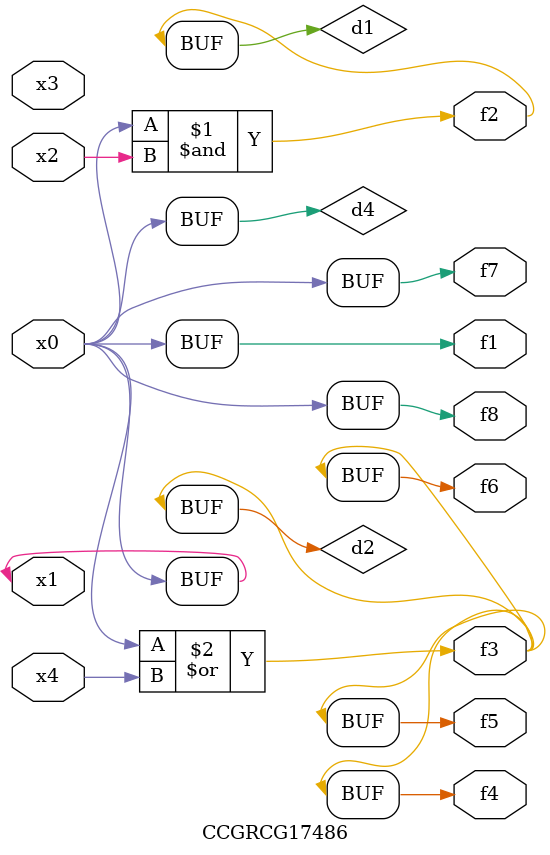
<source format=v>
module CCGRCG17486(
	input x0, x1, x2, x3, x4,
	output f1, f2, f3, f4, f5, f6, f7, f8
);

	wire d1, d2, d3, d4;

	and (d1, x0, x2);
	or (d2, x0, x4);
	nand (d3, x0, x2);
	buf (d4, x0, x1);
	assign f1 = d4;
	assign f2 = d1;
	assign f3 = d2;
	assign f4 = d2;
	assign f5 = d2;
	assign f6 = d2;
	assign f7 = d4;
	assign f8 = d4;
endmodule

</source>
